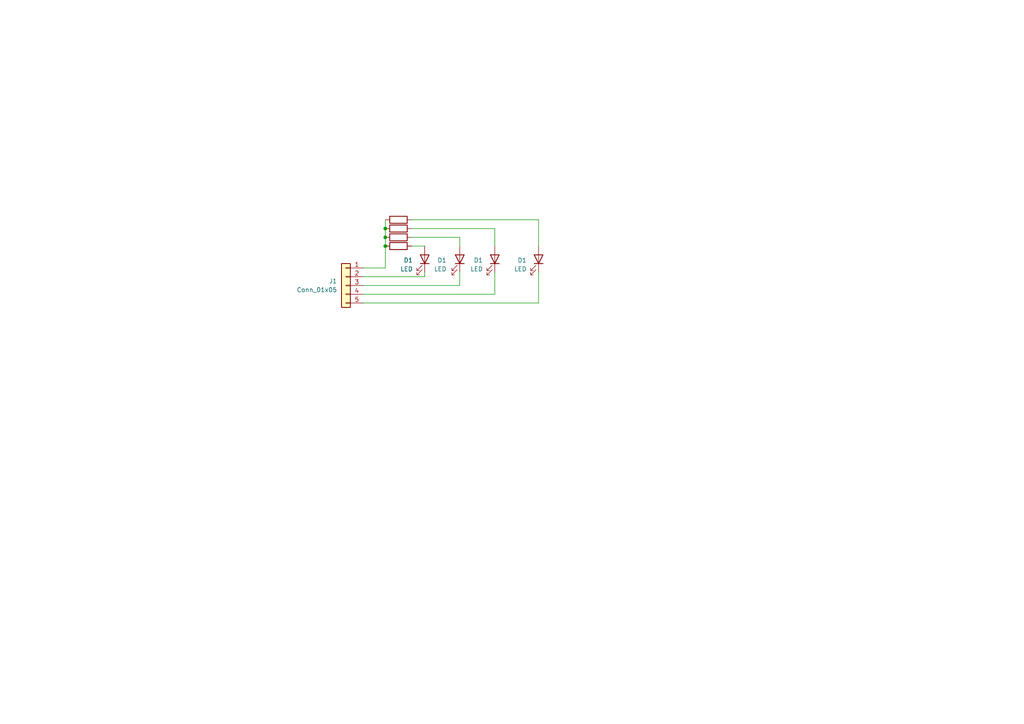
<source format=kicad_sch>
(kicad_sch (version 20230121) (generator eeschema)
  (paper "A4")
  (lib_symbols
    (symbol "Connector_Generic:Conn_01x05" (pin_names (offset 1.016) hide)
      (property "Reference" "J" (at 0 7.62 0))
      (property "Value" "Conn_01x05" (at 0 -7.62 0))
      (symbol "Conn_01x05_1_1"
        (rectangle (start -1.27 -4.953) (end 0 -5.207) (stroke (width 0.1524)))
        (rectangle (start -1.27 -2.413) (end 0 -2.667) (stroke (width 0.1524)))
        (rectangle (start -1.27 0.127) (end 0 -0.127) (stroke (width 0.1524)))
        (rectangle (start -1.27 2.667) (end 0 2.413) (stroke (width 0.1524)))
        (rectangle (start -1.27 5.207) (end 0 4.953) (stroke (width 0.1524)))
        (rectangle (start -1.27 6.35) (end 1.27 -6.35) (stroke (width 0.254)) (fill (type background)))
        (pin passive line (at -5.08 5.08 0) (length 3.81) (name "Pin_1") (number "1"))
        (pin passive line (at -5.08 2.54 0) (length 3.81) (name "Pin_2") (number "2"))
        (pin passive line (at -5.08 0 0) (length 3.81) (name "Pin_3") (number "3"))
        (pin passive line (at -5.08 -2.54 0) (length 3.81) (name "Pin_4") (number "4"))
        (pin passive line (at -5.08 -5.08 0) (length 3.81) (name "Pin_5") (number "5"))
      )
    )
    (symbol "Device:LED" (pin_numbers hide) (pin_names (offset 1.016) hide)
      (property "Reference" "D" (at 0 2.54 0))
      (property "Value" "LED" (at 0 -2.54 0))
      (symbol "LED_0_1"
        (polyline (pts (xy -1.27 -1.27) (xy -1.27 1.27)) (stroke (width 0.254)))
        (polyline (pts (xy -1.27 0) (xy 1.27 0)))
        (polyline (pts (xy 1.27 -1.27) (xy 1.27 1.27) (xy -1.27 0) (xy 1.27 -1.27)) (stroke (width 0.254)))
        (polyline (pts (xy -3.048 -0.762) (xy -4.572 -2.286) (xy -3.81 -2.286) (xy -4.572 -2.286) (xy -4.572 -1.524)))
        (polyline (pts (xy -1.778 -0.762) (xy -3.302 -2.286) (xy -2.54 -2.286) (xy -3.302 -2.286) (xy -3.302 -1.524)))
      )
      (symbol "LED_1_1"
        (pin passive line (at -3.81 0 0) (length 2.54) (name "K") (number "1"))
        (pin passive line (at 3.81 0 180) (length 2.54) (name "A") (number "2"))
      )
    )
    (symbol "Device:R" (pin_numbers hide) (pin_names (offset 0))
      (property "Reference" "R" (at 2.032 0 90))
      (property "Value" "R" (at 0 0 90))
      (symbol "R_0_1"
        (rectangle (start -1.016 -2.54) (end 1.016 2.54) (stroke (width 0.254)))
      )
      (symbol "R_1_1"
        (pin passive line (at 0 3.81 270) (length 1.27) (name "~") (number "1"))
        (pin passive line (at 0 -3.81 90) (length 1.27) (name "~") (number "2"))
      )
    )
  )
  (junction (at 111.76 71.374))
  (junction (at 111.76 68.834))
  (junction (at 111.76 66.294))
  (wire (pts (xy 143.51 66.294) (xy 143.51 71.374)))
  (wire (pts (xy 123.19 80.264) (xy 123.19 78.994)))
  (wire (pts (xy 156.21 87.884) (xy 105.41 87.884)))
  (wire (pts (xy 105.41 77.724) (xy 111.76 77.724)))
  (wire (pts (xy 143.51 78.994) (xy 143.51 85.344)))
  (wire (pts (xy 133.35 68.834) (xy 133.35 71.374)))
  (wire (pts (xy 111.76 66.294) (xy 111.76 68.834)))
  (wire (pts (xy 119.38 63.754) (xy 156.21 63.754)))
  (wire (pts (xy 111.76 77.724) (xy 111.76 71.374)))
  (wire (pts (xy 156.21 78.994) (xy 156.21 87.884)))
  (wire (pts (xy 119.38 66.294) (xy 143.51 66.294)))
  (wire (pts (xy 111.76 68.834) (xy 111.76 71.374)))
  (wire (pts (xy 156.21 63.754) (xy 156.21 71.374)))
  (wire (pts (xy 119.38 68.834) (xy 133.35 68.834)))
  (wire (pts (xy 133.35 82.804) (xy 105.41 82.804)))
  (wire (pts (xy 123.19 71.374) (xy 119.38 71.374)))
  (wire (pts (xy 111.76 63.754) (xy 111.76 66.294)))
  (wire (pts (xy 123.19 80.264) (xy 105.41 80.264)))
  (wire (pts (xy 133.35 78.994) (xy 133.35 82.804)))
  (wire (pts (xy 143.51 85.344) (xy 105.41 85.344)))
  (symbol (lib_id "Device:R") (at 115.57 63.754 270) (mirror x) (unit 1)
    (property "Reference" "R1" (effects hide))
    (property "Value" "R" (effects hide))
    (property "Footprint" "Resistor_SMD:R_0805_2012Metric_Pad1.20x1.40mm_HandSolder" (effects hide))
    (instances (project "signal PCB" (path "" (reference "R1") (unit 1)) (path "" (reference "R?") (unit 1)) (path "" (reference "R401") (unit 1))))
  )
  (symbol (lib_id "Connector_Generic:Conn_01x05") (at 100.33 82.804 0) (mirror y) (unit 1)
    (property "Reference" "J1" (at 97.79 81.534 0) (effects (justify left)))
    (property "Value" "Conn_01x05" (at 97.79 84.074 0) (effects (justify left)))
    (property "Footprint" "custom_kicad_lib_sk:05_solderpad_2.54" (effects hide))
    (instances (project "signal PCB" (path "" (reference "J1") (unit 1)) (path "" (reference "J?") (unit 1)) (path "" (reference "J401") (unit 1))))
  )
  (symbol (lib_id "Device:R") (at 115.57 71.374 270) (mirror x) (unit 1)
    (property "Reference" "R1" (effects hide))
    (property "Value" "R" (effects hide))
    (property "Footprint" "Resistor_SMD:R_0805_2012Metric_Pad1.20x1.40mm_HandSolder" (effects hide))
    (instances (project "signal PCB" (path "" (reference "R1") (unit 1)) (path "" (reference "R?") (unit 1)) (path "" (reference "R404") (unit 1))))
  )
  (symbol (lib_id "Device:LED") (at 123.19 75.184 270) (mirror x) (unit 1)
    (property "Reference" "D1" (at 119.761 75.5015 90) (effects (justify right)))
    (property "Value" "LED" (at 119.761 78.0415 90) (effects (justify right)))
    (property "Footprint" "custom_kicad_lib_sk:LED_NO_SILK" (effects hide))
    (instances (project "signal PCB" (path "" (reference "D1") (unit 1)) (path "" (reference "D1") (unit 1)) (path "" (reference "D?") (unit 1)) (path "" (reference "D401") (unit 1))))
  )
  (symbol (lib_id "Device:LED") (at 143.51 75.184 270) (mirror x) (unit 1)
    (property "Reference" "D1" (at 140.081 75.5015 90) (effects (justify right)))
    (property "Value" "LED" (at 140.081 78.0415 90) (effects (justify right)))
    (property "Footprint" "custom_kicad_lib_sk:LED_NO_SILK" (effects hide))
    (instances (project "signal PCB" (path "" (reference "D1") (unit 1)) (path "" (reference "D3") (unit 1)) (path "" (reference "D?") (unit 1)) (path "" (reference "D403") (unit 1))))
  )
  (symbol (lib_id "Device:R") (at 115.57 66.294 270) (mirror x) (unit 1)
    (property "Reference" "R1" (effects hide))
    (property "Value" "R" (effects hide))
    (property "Footprint" "Resistor_SMD:R_0805_2012Metric_Pad1.20x1.40mm_HandSolder" (effects hide))
    (instances (project "signal PCB" (path "" (reference "R1") (unit 1)) (path "" (reference "R?") (unit 1)) (path "" (reference "R402") (unit 1))))
  )
  (symbol (lib_id "Device:R") (at 115.57 68.834 270) (mirror x) (unit 1)
    (property "Reference" "R1" (effects hide))
    (property "Value" "R" (effects hide))
    (property "Footprint" "Resistor_SMD:R_0805_2012Metric_Pad1.20x1.40mm_HandSolder" (effects hide))
    (instances (project "signal PCB" (path "" (reference "R1") (unit 1)) (path "" (reference "R?") (unit 1)) (path "" (reference "R403") (unit 1))))
  )
  (symbol (lib_id "Device:LED") (at 156.21 75.184 270) (mirror x) (unit 1)
    (property "Reference" "D1" (at 152.781 75.5015 90) (effects (justify right)))
    (property "Value" "LED" (at 152.781 78.0415 90) (effects (justify right)))
    (property "Footprint" "custom_kicad_lib_sk:LED_NO_SILK" (effects hide))
    (instances (project "signal PCB" (path "" (reference "D1") (unit 1)) (path "" (reference "D3") (unit 1)) (path "" (reference "D?") (unit 1)) (path "" (reference "D404") (unit 1))))
  )
  (symbol (lib_id "Device:LED") (at 133.35 75.184 270) (mirror x) (unit 1)
    (property "Reference" "D1" (at 129.54 75.5015 90) (effects (justify right)))
    (property "Value" "LED" (at 129.54 78.0415 90) (effects (justify right)))
    (property "Footprint" "custom_kicad_lib_sk:LED_NO_SILK" (effects hide))
    (instances (project "signal PCB" (path "" (reference "D1") (unit 1)) (path "" (reference "D2") (unit 1)) (path "" (reference "D?") (unit 1)) (path "" (reference "D402") (unit 1))))
  )
)
</source>
